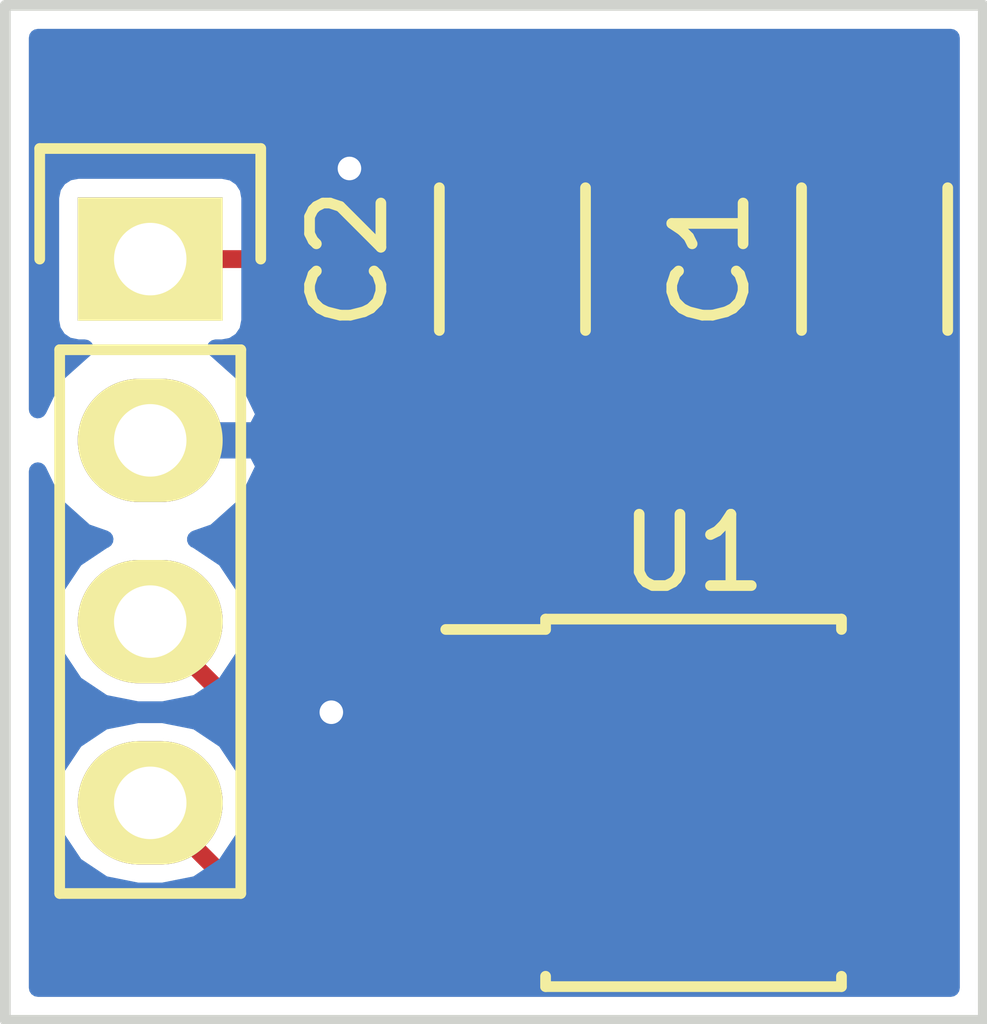
<source format=kicad_pcb>
(kicad_pcb (version 4) (host pcbnew 4.0.2-stable)

  (general
    (links 8)
    (no_connects 0)
    (area 119.399267 105.5826 136.219001 123.8074)
    (thickness 1.6)
    (drawings 4)
    (tracks 20)
    (zones 0)
    (modules 4)
    (nets 9)
  )

  (page A4)
  (layers
    (0 F.Cu signal)
    (31 B.Cu signal)
    (34 B.Paste user)
    (35 F.Paste user)
    (36 B.SilkS user)
    (37 F.SilkS user)
    (38 B.Mask user)
    (39 F.Mask user)
    (44 Edge.Cuts user)
    (45 Margin user)
  )

  (setup
    (last_trace_width 0.1524)
    (trace_clearance 0.1524)
    (zone_clearance 0.254)
    (zone_45_only no)
    (trace_min 0.1524)
    (segment_width 0.2)
    (edge_width 0.15)
    (via_size 0.6858)
    (via_drill 0.3302)
    (via_min_size 0.6858)
    (via_min_drill 0.3302)
    (uvia_size 0.3)
    (uvia_drill 0.1)
    (uvias_allowed no)
    (uvia_min_size 0)
    (uvia_min_drill 0)
    (pcb_text_width 0.3)
    (pcb_text_size 1.5 1.5)
    (mod_edge_width 0.15)
    (mod_text_size 1 1)
    (mod_text_width 0.15)
    (pad_size 1.524 1.524)
    (pad_drill 0.762)
    (pad_to_mask_clearance 0.2)
    (aux_axis_origin 0 0)
    (visible_elements FFFFFF7F)
    (pcbplotparams
      (layerselection 0x010f0_80000001)
      (usegerberextensions true)
      (excludeedgelayer true)
      (linewidth 0.100000)
      (plotframeref false)
      (viasonmask false)
      (mode 1)
      (useauxorigin false)
      (hpglpennumber 1)
      (hpglpenspeed 20)
      (hpglpendiameter 15)
      (hpglpenoverlay 2)
      (psnegative false)
      (psa4output false)
      (plotreference true)
      (plotvalue true)
      (plotinvisibletext false)
      (padsonsilk false)
      (subtractmaskfromsilk false)
      (outputformat 1)
      (mirror false)
      (drillshape 0)
      (scaleselection 1)
      (outputdirectory C:/Users/Andrew/Desktop/Gerbs/))
  )

  (net 0 "")
  (net 1 +3V3)
  (net 2 GND)
  (net 3 "Net-(C2-Pad1)")
  (net 4 /SCL)
  (net 5 /SDA)
  (net 6 "Net-(U1-Pad5)")
  (net 7 "Net-(U1-Pad6)")
  (net 8 "Net-(U1-Pad7)")

  (net_class Default "This is the default net class."
    (clearance 0.1524)
    (trace_width 0.1524)
    (via_dia 0.6858)
    (via_drill 0.3302)
    (uvia_dia 0.3)
    (uvia_drill 0.1)
    (add_net +3V3)
    (add_net /SCL)
    (add_net /SDA)
    (add_net GND)
    (add_net "Net-(C2-Pad1)")
    (add_net "Net-(U1-Pad5)")
    (add_net "Net-(U1-Pad6)")
    (add_net "Net-(U1-Pad7)")
  )

  (module Capacitors_SMD:C_1206_HandSoldering (layer F.Cu) (tedit 56D79EA2) (tstamp 56D79776)
    (at 134.62 111.76 90)
    (descr "Capacitor SMD 1206, hand soldering")
    (tags "capacitor 1206")
    (path /56D78F59)
    (attr smd)
    (fp_text reference C1 (at 0 -2.3 90) (layer F.SilkS)
      (effects (font (size 1 1) (thickness 0.15)))
    )
    (fp_text value 0.22uf (at 0 -2.032 90) (layer F.Fab)
      (effects (font (size 1 1) (thickness 0.15)))
    )
    (fp_line (start -3.3 -1.15) (end 3.3 -1.15) (layer F.CrtYd) (width 0.05))
    (fp_line (start -3.3 1.15) (end 3.3 1.15) (layer F.CrtYd) (width 0.05))
    (fp_line (start -3.3 -1.15) (end -3.3 1.15) (layer F.CrtYd) (width 0.05))
    (fp_line (start 3.3 -1.15) (end 3.3 1.15) (layer F.CrtYd) (width 0.05))
    (fp_line (start 1 -1.025) (end -1 -1.025) (layer F.SilkS) (width 0.15))
    (fp_line (start -1 1.025) (end 1 1.025) (layer F.SilkS) (width 0.15))
    (pad 1 smd rect (at -2 0 90) (size 2 1.6) (layers F.Cu F.Paste F.Mask)
      (net 1 +3V3))
    (pad 2 smd rect (at 2 0 90) (size 2 1.6) (layers F.Cu F.Paste F.Mask)
      (net 2 GND))
    (model Capacitors_SMD.3dshapes/C_1206_HandSoldering.wrl
      (at (xyz 0 0 0))
      (scale (xyz 1 1 1))
      (rotate (xyz 0 0 0))
    )
  )

  (module Capacitors_SMD:C_1206_HandSoldering (layer F.Cu) (tedit 56D79EAF) (tstamp 56D79782)
    (at 129.54 111.76 90)
    (descr "Capacitor SMD 1206, hand soldering")
    (tags "capacitor 1206")
    (path /56D78EF4)
    (attr smd)
    (fp_text reference C2 (at 0 -2.3 90) (layer F.SilkS)
      (effects (font (size 1 1) (thickness 0.15)))
    )
    (fp_text value 0.1uf (at -1.524 -2.286 90) (layer F.Fab)
      (effects (font (size 1 1) (thickness 0.15)))
    )
    (fp_line (start -3.3 -1.15) (end 3.3 -1.15) (layer F.CrtYd) (width 0.05))
    (fp_line (start -3.3 1.15) (end 3.3 1.15) (layer F.CrtYd) (width 0.05))
    (fp_line (start -3.3 -1.15) (end -3.3 1.15) (layer F.CrtYd) (width 0.05))
    (fp_line (start 3.3 -1.15) (end 3.3 1.15) (layer F.CrtYd) (width 0.05))
    (fp_line (start 1 -1.025) (end -1 -1.025) (layer F.SilkS) (width 0.15))
    (fp_line (start -1 1.025) (end 1 1.025) (layer F.SilkS) (width 0.15))
    (pad 1 smd rect (at -2 0 90) (size 2 1.6) (layers F.Cu F.Paste F.Mask)
      (net 3 "Net-(C2-Pad1)"))
    (pad 2 smd rect (at 2 0 90) (size 2 1.6) (layers F.Cu F.Paste F.Mask)
      (net 2 GND))
    (model Capacitors_SMD.3dshapes/C_1206_HandSoldering.wrl
      (at (xyz 0 0 0))
      (scale (xyz 1 1 1))
      (rotate (xyz 0 0 0))
    )
  )

  (module Pin_Headers:Pin_Header_Straight_1x04 (layer F.Cu) (tedit 56D79ED3) (tstamp 56D79950)
    (at 124.46 111.76)
    (descr "Through hole pin header")
    (tags "pin header")
    (path /56D78E82)
    (fp_text reference P1 (at 0 -5.1) (layer F.SilkS) hide
      (effects (font (size 1 1) (thickness 0.15)))
    )
    (fp_text value CONN_01X04 (at 0 -3.1) (layer F.Fab) hide
      (effects (font (size 1 1) (thickness 0.15)))
    )
    (fp_line (start -1.75 -1.75) (end -1.75 9.4) (layer F.CrtYd) (width 0.05))
    (fp_line (start 1.75 -1.75) (end 1.75 9.4) (layer F.CrtYd) (width 0.05))
    (fp_line (start -1.75 -1.75) (end 1.75 -1.75) (layer F.CrtYd) (width 0.05))
    (fp_line (start -1.75 9.4) (end 1.75 9.4) (layer F.CrtYd) (width 0.05))
    (fp_line (start -1.27 1.27) (end -1.27 8.89) (layer F.SilkS) (width 0.15))
    (fp_line (start 1.27 1.27) (end 1.27 8.89) (layer F.SilkS) (width 0.15))
    (fp_line (start 1.55 -1.55) (end 1.55 0) (layer F.SilkS) (width 0.15))
    (fp_line (start -1.27 8.89) (end 1.27 8.89) (layer F.SilkS) (width 0.15))
    (fp_line (start 1.27 1.27) (end -1.27 1.27) (layer F.SilkS) (width 0.15))
    (fp_line (start -1.55 0) (end -1.55 -1.55) (layer F.SilkS) (width 0.15))
    (fp_line (start -1.55 -1.55) (end 1.55 -1.55) (layer F.SilkS) (width 0.15))
    (pad 1 thru_hole rect (at 0 0) (size 2.032 1.7272) (drill 1.016) (layers *.Cu *.Mask F.SilkS)
      (net 1 +3V3))
    (pad 2 thru_hole oval (at 0 2.54) (size 2.032 1.7272) (drill 1.016) (layers *.Cu *.Mask F.SilkS)
      (net 2 GND))
    (pad 3 thru_hole oval (at 0 5.08) (size 2.032 1.7272) (drill 1.016) (layers *.Cu *.Mask F.SilkS)
      (net 4 /SCL))
    (pad 4 thru_hole oval (at 0 7.62) (size 2.032 1.7272) (drill 1.016) (layers *.Cu *.Mask F.SilkS)
      (net 5 /SDA))
    (model Pin_Headers.3dshapes/Pin_Header_Straight_1x04.wrl
      (at (xyz 0 -0.15 0))
      (scale (xyz 1 1 1))
      (rotate (xyz 0 0 90))
    )
  )

  (module Housings_SOIC:SOIC-8_3.9x4.9mm_Pitch1.27mm (layer F.Cu) (tedit 56D79EC8) (tstamp 56D7997D)
    (at 132.08 119.38)
    (descr "8-Lead Plastic Small Outline (SN) - Narrow, 3.90 mm Body [SOIC] (see Microchip Packaging Specification 00000049BS.pdf)")
    (tags "SOIC 1.27")
    (path /56D7941D)
    (attr smd)
    (fp_text reference U1 (at 0 -3.5) (layer F.SilkS)
      (effects (font (size 1 1) (thickness 0.15)))
    )
    (fp_text value HIH9131 (at 0 3.5) (layer F.Fab) hide
      (effects (font (size 1 1) (thickness 0.15)))
    )
    (fp_line (start -3.75 -2.75) (end -3.75 2.75) (layer F.CrtYd) (width 0.05))
    (fp_line (start 3.75 -2.75) (end 3.75 2.75) (layer F.CrtYd) (width 0.05))
    (fp_line (start -3.75 -2.75) (end 3.75 -2.75) (layer F.CrtYd) (width 0.05))
    (fp_line (start -3.75 2.75) (end 3.75 2.75) (layer F.CrtYd) (width 0.05))
    (fp_line (start -2.075 -2.575) (end -2.075 -2.43) (layer F.SilkS) (width 0.15))
    (fp_line (start 2.075 -2.575) (end 2.075 -2.43) (layer F.SilkS) (width 0.15))
    (fp_line (start 2.075 2.575) (end 2.075 2.43) (layer F.SilkS) (width 0.15))
    (fp_line (start -2.075 2.575) (end -2.075 2.43) (layer F.SilkS) (width 0.15))
    (fp_line (start -2.075 -2.575) (end 2.075 -2.575) (layer F.SilkS) (width 0.15))
    (fp_line (start -2.075 2.575) (end 2.075 2.575) (layer F.SilkS) (width 0.15))
    (fp_line (start -2.075 -2.43) (end -3.475 -2.43) (layer F.SilkS) (width 0.15))
    (pad 1 smd rect (at -2.7 -1.905) (size 1.55 0.6) (layers F.Cu F.Paste F.Mask)
      (net 3 "Net-(C2-Pad1)"))
    (pad 2 smd rect (at -2.7 -0.635) (size 1.55 0.6) (layers F.Cu F.Paste F.Mask)
      (net 2 GND))
    (pad 3 smd rect (at -2.7 0.635) (size 1.55 0.6) (layers F.Cu F.Paste F.Mask)
      (net 4 /SCL))
    (pad 4 smd rect (at -2.7 1.905) (size 1.55 0.6) (layers F.Cu F.Paste F.Mask)
      (net 5 /SDA))
    (pad 5 smd rect (at 2.7 1.905) (size 1.55 0.6) (layers F.Cu F.Paste F.Mask)
      (net 6 "Net-(U1-Pad5)"))
    (pad 6 smd rect (at 2.7 0.635) (size 1.55 0.6) (layers F.Cu F.Paste F.Mask)
      (net 7 "Net-(U1-Pad6)"))
    (pad 7 smd rect (at 2.7 -0.635) (size 1.55 0.6) (layers F.Cu F.Paste F.Mask)
      (net 8 "Net-(U1-Pad7)"))
    (pad 8 smd rect (at 2.7 -1.905) (size 1.55 0.6) (layers F.Cu F.Paste F.Mask)
      (net 1 +3V3))
    (model Housings_SOIC.3dshapes/SOIC-8_3.9x4.9mm_Pitch1.27mm.wrl
      (at (xyz 0 0 0))
      (scale (xyz 1 1 1))
      (rotate (xyz 0 0 0))
    )
  )

  (gr_line (start 122.428 122.428) (end 122.428 108.204) (angle 90) (layer Edge.Cuts) (width 0.15))
  (gr_line (start 136.144 122.428) (end 122.428 122.428) (angle 90) (layer Edge.Cuts) (width 0.15))
  (gr_line (start 136.144 108.204) (end 136.144 122.428) (angle 90) (layer Edge.Cuts) (width 0.15))
  (gr_line (start 122.428 108.204) (end 136.144 108.204) (angle 90) (layer Edge.Cuts) (width 0.15))

  (segment (start 124.46 111.76) (end 132.62 111.76) (width 0.25) (layer F.Cu) (net 1))
  (segment (start 132.62 111.76) (end 134.62 113.76) (width 0.25) (layer F.Cu) (net 1) (tstamp 56D79A54))
  (segment (start 134.62 113.76) (end 134.62 117.315) (width 0.25) (layer F.Cu) (net 1))
  (segment (start 134.62 117.315) (end 134.78 117.475) (width 0.25) (layer F.Cu) (net 1) (tstamp 56D79A4C))
  (via (at 127.254 110.49) (size 0.6858) (drill 0.3302) (layers F.Cu B.Cu) (net 2))
  (segment (start 127.254 110.49) (end 127.984 109.76) (width 0.25) (layer F.Cu) (net 2) (tstamp 56D79DB6))
  (segment (start 127.984 109.76) (end 129.54 109.76) (width 0.25) (layer F.Cu) (net 2))
  (via (at 127 118.11) (size 0.6858) (drill 0.3302) (layers F.Cu B.Cu) (net 2))
  (segment (start 127 118.11) (end 127.635 118.745) (width 0.25) (layer F.Cu) (net 2) (tstamp 56D79D58))
  (segment (start 127.635 118.745) (end 129.38 118.745) (width 0.25) (layer F.Cu) (net 2))
  (segment (start 129.54 109.76) (end 134.62 109.76) (width 0.25) (layer F.Cu) (net 2))
  (segment (start 129.54 113.76) (end 129.54 117.315) (width 0.25) (layer F.Cu) (net 3))
  (segment (start 129.54 117.315) (end 129.38 117.475) (width 0.25) (layer F.Cu) (net 3) (tstamp 56D79A35))
  (segment (start 124.46 116.84) (end 127 119.38) (width 0.25) (layer F.Cu) (net 4))
  (segment (start 128.745 120.65) (end 129.38 120.015) (width 0.25) (layer F.Cu) (net 4) (tstamp 56D79A27))
  (segment (start 128.27 120.65) (end 128.745 120.65) (width 0.25) (layer F.Cu) (net 4) (tstamp 56D79A26))
  (segment (start 127 119.38) (end 128.27 120.65) (width 0.25) (layer F.Cu) (net 4) (tstamp 56D79A25))
  (segment (start 124.46 119.38) (end 127 121.92) (width 0.25) (layer F.Cu) (net 5))
  (segment (start 128.745 121.92) (end 129.38 121.285) (width 0.25) (layer F.Cu) (net 5) (tstamp 56D79A22))
  (segment (start 127 121.92) (end 128.745 121.92) (width 0.25) (layer F.Cu) (net 5) (tstamp 56D79A21))

  (zone (net 2) (net_name GND) (layer B.Cu) (tstamp 56D7A43F) (hatch edge 0.508)
    (connect_pads (clearance 0.254))
    (min_thickness 0.254)
    (fill yes (arc_segments 16) (thermal_gap 0.508) (thermal_bridge_width 0.508))
    (polygon
      (pts
        (xy 122.428 108.204) (xy 122.428 122.428) (xy 136.144 122.428) (xy 136.144 108.204)
      )
    )
    (filled_polygon
      (pts
        (xy 135.688 121.972) (xy 122.884 121.972) (xy 122.884 119.38) (xy 123.035631 119.38) (xy 123.130371 119.856288)
        (xy 123.400166 120.260065) (xy 123.803943 120.52986) (xy 124.280231 120.6246) (xy 124.639769 120.6246) (xy 125.116057 120.52986)
        (xy 125.519834 120.260065) (xy 125.789629 119.856288) (xy 125.884369 119.38) (xy 125.789629 118.903712) (xy 125.519834 118.499935)
        (xy 125.116057 118.23014) (xy 124.639769 118.1354) (xy 124.280231 118.1354) (xy 123.803943 118.23014) (xy 123.400166 118.499935)
        (xy 123.130371 118.903712) (xy 123.035631 119.38) (xy 122.884 119.38) (xy 122.884 114.73439) (xy 123.109268 115.202036)
        (xy 123.54568 115.591954) (xy 123.818243 115.687296) (xy 123.803943 115.69014) (xy 123.400166 115.959935) (xy 123.130371 116.363712)
        (xy 123.035631 116.84) (xy 123.130371 117.316288) (xy 123.400166 117.720065) (xy 123.803943 117.98986) (xy 124.280231 118.0846)
        (xy 124.639769 118.0846) (xy 125.116057 117.98986) (xy 125.519834 117.720065) (xy 125.789629 117.316288) (xy 125.884369 116.84)
        (xy 125.789629 116.363712) (xy 125.519834 115.959935) (xy 125.116057 115.69014) (xy 125.101757 115.687296) (xy 125.37432 115.591954)
        (xy 125.810732 115.202036) (xy 126.064709 114.674791) (xy 126.067358 114.659026) (xy 125.946217 114.427) (xy 124.587 114.427)
        (xy 124.587 114.447) (xy 124.333 114.447) (xy 124.333 114.427) (xy 124.313 114.427) (xy 124.313 114.173)
        (xy 124.333 114.173) (xy 124.333 114.153) (xy 124.587 114.153) (xy 124.587 114.173) (xy 125.946217 114.173)
        (xy 126.067358 113.940974) (xy 126.064709 113.925209) (xy 125.810732 113.397964) (xy 125.378817 113.012064) (xy 125.476 113.012064)
        (xy 125.61719 112.985497) (xy 125.746865 112.902054) (xy 125.833859 112.774734) (xy 125.864464 112.6236) (xy 125.864464 110.8964)
        (xy 125.837897 110.75521) (xy 125.754454 110.625535) (xy 125.627134 110.538541) (xy 125.476 110.507936) (xy 123.444 110.507936)
        (xy 123.30281 110.534503) (xy 123.173135 110.617946) (xy 123.086141 110.745266) (xy 123.055536 110.8964) (xy 123.055536 112.6236)
        (xy 123.082103 112.76479) (xy 123.165546 112.894465) (xy 123.292866 112.981459) (xy 123.444 113.012064) (xy 123.541183 113.012064)
        (xy 123.109268 113.397964) (xy 122.884 113.86561) (xy 122.884 108.66) (xy 135.688 108.66)
      )
    )
  )
)

</source>
